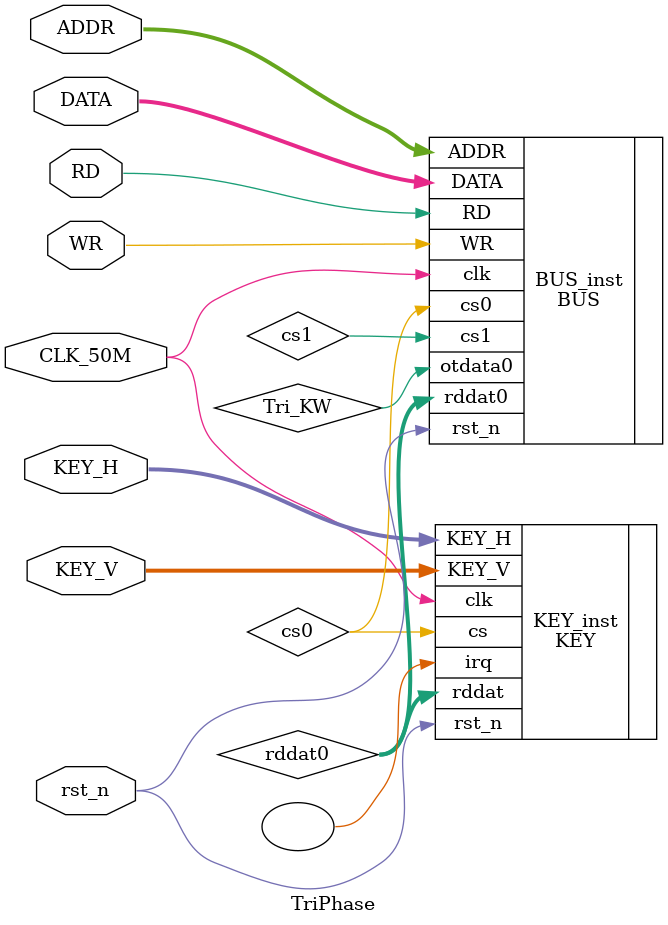
<source format=v>
module TriPhase(
input CLK_50M,
input rst_n,
input [11:0]ADDR,
input RD,WR,
inout [15:0]DATA,
inout [3:0]KEY_H,KEY_V
);
wire cs0,cs1;//keyboard and 8688
wire [7:0] rddat0;
wire [15:0] data7,data6,data5,data0,data4,data3;




BUS BUS_inst
(
	.clk(CLK_50M) ,	// input  clk_sig
	.rst_n(rst_n) ,	// input  rst_n_sig
	.ADDR(ADDR) ,	// input [11:0] ADDR_sig
	.RD(RD) ,	// input  RD_sig
	.WR(WR) ,	// input  WR_sig
	.DATA(DATA) ,	// inout [15:0] DATA_sig
	.cs0(cs0) ,	// output  cs0_sig
	.cs1(cs1),
	.rddat0(rddat0) ,	// input [15:0] rddat0_sig

	.otdata0(Tri_KW) ,	// output [15:0] otdata0_sig

);
KEY KEY_inst
(
	.clk(CLK_50M) ,	// input  clk_sig
	.rst_n(rst_n) ,	// input  rst_n_sig
	.rddat(rddat0) ,	// output [7:0] rddat_sig
	.irq() ,	// output  irq_sig
	.cs(cs0) ,	// input  cs_sig
	.KEY_H(KEY_H) ,	// inout [3:0] KEY_H_sig
	.KEY_V(KEY_V) 	// inout [3:0] KEY_V_sig
);

endmodule
</source>
